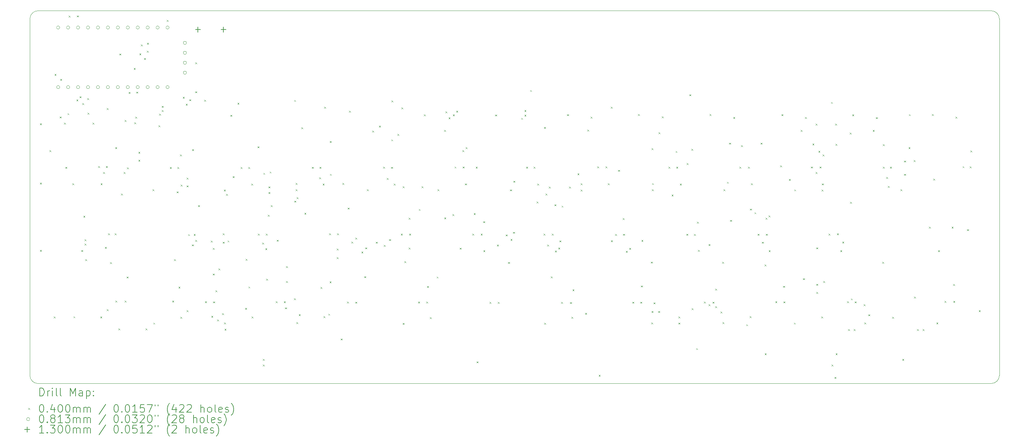
<source format=gbr>
%TF.GenerationSoftware,KiCad,Pcbnew,(6.0.9)*%
%TF.CreationDate,2022-11-10T16:15:26+09:00*%
%TF.ProjectId,meow48,6d656f77-3438-42e6-9b69-6361645f7063,rev?*%
%TF.SameCoordinates,Original*%
%TF.FileFunction,Drillmap*%
%TF.FilePolarity,Positive*%
%FSLAX45Y45*%
G04 Gerber Fmt 4.5, Leading zero omitted, Abs format (unit mm)*
G04 Created by KiCad (PCBNEW (6.0.9)) date 2022-11-10 16:15:26*
%MOMM*%
%LPD*%
G01*
G04 APERTURE LIST*
%ADD10C,0.100000*%
%ADD11C,0.200000*%
%ADD12C,0.040000*%
%ADD13C,0.081280*%
%ADD14C,0.130000*%
G04 APERTURE END LIST*
D10*
X2505000Y-6589382D02*
G75*
G03*
X2293037Y-6793000I-4172J-207791D01*
G01*
X27060618Y-6800000D02*
G75*
G03*
X26853655Y-6589382I-208788J1830D01*
G01*
X26853655Y-16115028D02*
G75*
G03*
X27060618Y-15908075I5J206958D01*
G01*
X2293037Y-6793000D02*
X2293037Y-15907000D01*
X27060618Y-15908075D02*
X27060618Y-6800000D01*
X2500000Y-16115037D02*
X26853655Y-16115037D01*
X26853655Y-6589382D02*
X2505000Y-6589382D01*
X2293043Y-15907000D02*
G75*
G03*
X2500000Y-16115037I207497J-540D01*
G01*
D11*
D12*
X2549000Y-9465000D02*
X2589000Y-9505000D01*
X2589000Y-9465000D02*
X2549000Y-9505000D01*
X2549000Y-10981000D02*
X2589000Y-11021000D01*
X2589000Y-10981000D02*
X2549000Y-11021000D01*
X2549000Y-12700000D02*
X2589000Y-12740000D01*
X2589000Y-12700000D02*
X2549000Y-12740000D01*
X2791000Y-10152000D02*
X2831000Y-10192000D01*
X2831000Y-10152000D02*
X2791000Y-10192000D01*
X2900550Y-14402000D02*
X2940550Y-14442000D01*
X2940550Y-14402000D02*
X2900550Y-14442000D01*
X2922750Y-8202000D02*
X2962750Y-8242000D01*
X2962750Y-8202000D02*
X2922750Y-8242000D01*
X3055000Y-9291950D02*
X3095000Y-9331950D01*
X3095000Y-9291950D02*
X3055000Y-9331950D01*
X3067650Y-8331459D02*
X3107650Y-8371459D01*
X3107650Y-8331459D02*
X3067650Y-8371459D01*
X3164000Y-9450000D02*
X3204000Y-9490000D01*
X3204000Y-9450000D02*
X3164000Y-9490000D01*
X3199000Y-10580000D02*
X3239000Y-10620000D01*
X3239000Y-10580000D02*
X3199000Y-10620000D01*
X3253000Y-9207000D02*
X3293000Y-9247000D01*
X3293000Y-9207000D02*
X3253000Y-9247000D01*
X3279722Y-6711722D02*
X3319722Y-6751722D01*
X3319722Y-6711722D02*
X3279722Y-6751722D01*
X3375000Y-10997000D02*
X3415000Y-11037000D01*
X3415000Y-10997000D02*
X3375000Y-11037000D01*
X3406000Y-14399000D02*
X3446000Y-14439000D01*
X3446000Y-14399000D02*
X3406000Y-14439000D01*
X3482357Y-8857506D02*
X3522357Y-8897506D01*
X3522357Y-8857506D02*
X3482357Y-8897506D01*
X3496952Y-6709450D02*
X3536952Y-6749450D01*
X3536952Y-6709450D02*
X3496952Y-6749450D01*
X3564431Y-8775431D02*
X3604431Y-8815431D01*
X3604431Y-8775431D02*
X3564431Y-8815431D01*
X3603000Y-12704000D02*
X3643000Y-12744000D01*
X3643000Y-12704000D02*
X3603000Y-12744000D01*
X3630569Y-8949569D02*
X3670569Y-8989569D01*
X3670569Y-8949569D02*
X3630569Y-8989569D01*
X3659000Y-11826000D02*
X3699000Y-11866000D01*
X3699000Y-11826000D02*
X3659000Y-11866000D01*
X3687000Y-12427000D02*
X3727000Y-12467000D01*
X3727000Y-12427000D02*
X3687000Y-12467000D01*
X3690000Y-12538000D02*
X3730000Y-12578000D01*
X3730000Y-12538000D02*
X3690000Y-12578000D01*
X3705000Y-12936000D02*
X3745000Y-12976000D01*
X3745000Y-12936000D02*
X3705000Y-12976000D01*
X3757200Y-8822938D02*
X3797200Y-8862938D01*
X3797200Y-8822938D02*
X3757200Y-8862938D01*
X3763000Y-9198000D02*
X3803000Y-9238000D01*
X3803000Y-9198000D02*
X3763000Y-9238000D01*
X3889000Y-9452000D02*
X3929000Y-9492000D01*
X3929000Y-9452000D02*
X3889000Y-9492000D01*
X4034000Y-10559000D02*
X4074000Y-10599000D01*
X4074000Y-10559000D02*
X4034000Y-10599000D01*
X4092000Y-14401000D02*
X4132000Y-14441000D01*
X4132000Y-14401000D02*
X4092000Y-14441000D01*
X4099000Y-11000000D02*
X4139000Y-11040000D01*
X4139000Y-11000000D02*
X4099000Y-11040000D01*
X4161000Y-10713000D02*
X4201000Y-10753000D01*
X4201000Y-10713000D02*
X4161000Y-10753000D01*
X4210000Y-12627000D02*
X4250000Y-12667000D01*
X4250000Y-12627000D02*
X4210000Y-12667000D01*
X4236000Y-10561000D02*
X4276000Y-10601000D01*
X4276000Y-10561000D02*
X4236000Y-10601000D01*
X4254000Y-14217000D02*
X4294000Y-14257000D01*
X4294000Y-14217000D02*
X4254000Y-14257000D01*
X4256449Y-9075645D02*
X4296449Y-9115645D01*
X4296449Y-9075645D02*
X4256449Y-9115645D01*
X4290000Y-12277000D02*
X4330000Y-12317000D01*
X4330000Y-12277000D02*
X4290000Y-12317000D01*
X4340000Y-13012000D02*
X4380000Y-13052000D01*
X4380000Y-13012000D02*
X4340000Y-13052000D01*
X4462000Y-12279000D02*
X4502000Y-12319000D01*
X4502000Y-12279000D02*
X4462000Y-12319000D01*
X4473000Y-10078000D02*
X4513000Y-10118000D01*
X4513000Y-10078000D02*
X4473000Y-10118000D01*
X4479000Y-13994000D02*
X4519000Y-14034000D01*
X4519000Y-13994000D02*
X4479000Y-14034000D01*
X4553501Y-14706000D02*
X4593501Y-14746000D01*
X4593501Y-14706000D02*
X4553501Y-14746000D01*
X4576351Y-7683649D02*
X4616351Y-7723649D01*
X4616351Y-7683649D02*
X4576351Y-7723649D01*
X4620550Y-11258000D02*
X4660550Y-11298000D01*
X4660550Y-11258000D02*
X4620550Y-11298000D01*
X4686188Y-10713648D02*
X4726188Y-10753648D01*
X4726188Y-10713648D02*
X4686188Y-10753648D01*
X4710902Y-13998000D02*
X4750902Y-14038000D01*
X4750902Y-13998000D02*
X4710902Y-14038000D01*
X4711000Y-9379950D02*
X4751000Y-9419950D01*
X4751000Y-9379950D02*
X4711000Y-9419950D01*
X4765000Y-13382000D02*
X4805000Y-13422000D01*
X4805000Y-13382000D02*
X4765000Y-13422000D01*
X4770264Y-10592804D02*
X4810264Y-10632804D01*
X4810264Y-10592804D02*
X4770264Y-10632804D01*
X4816883Y-8666503D02*
X4856883Y-8706503D01*
X4856883Y-8666503D02*
X4816883Y-8706503D01*
X4946851Y-8054149D02*
X4986851Y-8094149D01*
X4986851Y-8054149D02*
X4946851Y-8094149D01*
X4958569Y-9441569D02*
X4998569Y-9481569D01*
X4998569Y-9441569D02*
X4958569Y-9481569D01*
X4983000Y-9295000D02*
X5023000Y-9335000D01*
X5023000Y-9295000D02*
X4983000Y-9335000D01*
X5011650Y-8656350D02*
X5051650Y-8696350D01*
X5051650Y-8656350D02*
X5011650Y-8696350D01*
X5065016Y-10195591D02*
X5105016Y-10235591D01*
X5105016Y-10195591D02*
X5065016Y-10235591D01*
X5065264Y-10400264D02*
X5105264Y-10440264D01*
X5105264Y-10400264D02*
X5065264Y-10440264D01*
X5090000Y-7680000D02*
X5130000Y-7720000D01*
X5130000Y-7680000D02*
X5090000Y-7720000D01*
X5125690Y-7453310D02*
X5165690Y-7493310D01*
X5165690Y-7453310D02*
X5125690Y-7493310D01*
X5208000Y-7796000D02*
X5248000Y-7836000D01*
X5248000Y-7796000D02*
X5208000Y-7836000D01*
X5246730Y-14708730D02*
X5286730Y-14748730D01*
X5286730Y-14708730D02*
X5246730Y-14748730D01*
X5281690Y-7609310D02*
X5321690Y-7649310D01*
X5321690Y-7609310D02*
X5281690Y-7649310D01*
X5284650Y-7407350D02*
X5324650Y-7447350D01*
X5324650Y-7407350D02*
X5284650Y-7447350D01*
X5427000Y-11151000D02*
X5467000Y-11191000D01*
X5467000Y-11151000D02*
X5427000Y-11191000D01*
X5445000Y-14559000D02*
X5485000Y-14599000D01*
X5485000Y-14559000D02*
X5445000Y-14599000D01*
X5579000Y-9518000D02*
X5619000Y-9558000D01*
X5619000Y-9518000D02*
X5579000Y-9558000D01*
X5594000Y-9221000D02*
X5634000Y-9261000D01*
X5634000Y-9221000D02*
X5594000Y-9261000D01*
X5662550Y-9021000D02*
X5702550Y-9061000D01*
X5702550Y-9021000D02*
X5662550Y-9061000D01*
X5662550Y-9126000D02*
X5702550Y-9166000D01*
X5702550Y-9126000D02*
X5662550Y-9166000D01*
X5787000Y-6827000D02*
X5827000Y-6867000D01*
X5827000Y-6827000D02*
X5787000Y-6867000D01*
X5869550Y-10581000D02*
X5909550Y-10621000D01*
X5909550Y-10581000D02*
X5869550Y-10621000D01*
X5928791Y-13995346D02*
X5968791Y-14035346D01*
X5968791Y-13995346D02*
X5928791Y-14035346D01*
X5975000Y-12939000D02*
X6015000Y-12979000D01*
X6015000Y-12939000D02*
X5975000Y-12979000D01*
X6043000Y-11205000D02*
X6083000Y-11245000D01*
X6083000Y-11205000D02*
X6043000Y-11245000D01*
X6059000Y-10581000D02*
X6099000Y-10621000D01*
X6099000Y-10581000D02*
X6059000Y-10621000D01*
X6087950Y-13639000D02*
X6127950Y-13679000D01*
X6127950Y-13639000D02*
X6087950Y-13679000D01*
X6128000Y-10264000D02*
X6168000Y-10304000D01*
X6168000Y-10264000D02*
X6128000Y-10304000D01*
X6135000Y-14408000D02*
X6175000Y-14448000D01*
X6175000Y-14408000D02*
X6135000Y-14448000D01*
X6142000Y-11034000D02*
X6182000Y-11074000D01*
X6182000Y-11034000D02*
X6142000Y-11074000D01*
X6199450Y-8788000D02*
X6239450Y-8828000D01*
X6239450Y-8788000D02*
X6199450Y-8828000D01*
X6276495Y-8967505D02*
X6316495Y-9007505D01*
X6316495Y-8967505D02*
X6276495Y-9007505D01*
X6295270Y-11053730D02*
X6335270Y-11093730D01*
X6335270Y-11053730D02*
X6295270Y-11093730D01*
X6296000Y-14241000D02*
X6336000Y-14281000D01*
X6336000Y-14241000D02*
X6296000Y-14281000D01*
X6298730Y-10852270D02*
X6338730Y-10892270D01*
X6338730Y-10852270D02*
X6298730Y-10892270D01*
X6334550Y-12297728D02*
X6374550Y-12337728D01*
X6374550Y-12297728D02*
X6334550Y-12337728D01*
X6365455Y-8851545D02*
X6405455Y-8891545D01*
X6405455Y-8851545D02*
X6365455Y-8891545D01*
X6434000Y-12560000D02*
X6474000Y-12600000D01*
X6474000Y-12560000D02*
X6434000Y-12600000D01*
X6437000Y-10128000D02*
X6477000Y-10168000D01*
X6477000Y-10128000D02*
X6437000Y-10168000D01*
X6479450Y-12296770D02*
X6519450Y-12336770D01*
X6519450Y-12296770D02*
X6479450Y-12336770D01*
X6515000Y-12449000D02*
X6555000Y-12489000D01*
X6555000Y-12449000D02*
X6515000Y-12489000D01*
X6516450Y-7910000D02*
X6556450Y-7950000D01*
X6556450Y-7910000D02*
X6516450Y-7950000D01*
X6516450Y-8648000D02*
X6556450Y-8688000D01*
X6556450Y-8648000D02*
X6516450Y-8688000D01*
X6588000Y-11560000D02*
X6628000Y-11600000D01*
X6628000Y-11560000D02*
X6588000Y-11600000D01*
X6744931Y-8867069D02*
X6784931Y-8907069D01*
X6784931Y-8867069D02*
X6744931Y-8907069D01*
X6766000Y-14014000D02*
X6806000Y-14054000D01*
X6806000Y-14014000D02*
X6766000Y-14054000D01*
X6915000Y-12461000D02*
X6955000Y-12501000D01*
X6955000Y-12461000D02*
X6915000Y-12501000D01*
X6928270Y-14386270D02*
X6968270Y-14426270D01*
X6968270Y-14386270D02*
X6928270Y-14426270D01*
X6965550Y-12650000D02*
X7005550Y-12690000D01*
X7005550Y-12650000D02*
X6965550Y-12690000D01*
X6965550Y-13305000D02*
X7005550Y-13345000D01*
X7005550Y-13305000D02*
X6965550Y-13345000D01*
X6971000Y-14016000D02*
X7011000Y-14056000D01*
X7011000Y-14016000D02*
X6971000Y-14056000D01*
X7036000Y-13734000D02*
X7076000Y-13774000D01*
X7076000Y-13734000D02*
X7036000Y-13774000D01*
X7073782Y-14479550D02*
X7113782Y-14519550D01*
X7113782Y-14479550D02*
X7073782Y-14519550D01*
X7110450Y-13173000D02*
X7150450Y-13213000D01*
X7150450Y-13173000D02*
X7110450Y-13213000D01*
X7203230Y-14316230D02*
X7243230Y-14356230D01*
X7243230Y-14316230D02*
X7203230Y-14356230D01*
X7217550Y-12493000D02*
X7257550Y-12533000D01*
X7257550Y-12493000D02*
X7217550Y-12533000D01*
X7217730Y-12276270D02*
X7257730Y-12316270D01*
X7257730Y-12276270D02*
X7217730Y-12316270D01*
X7248000Y-11157000D02*
X7288000Y-11197000D01*
X7288000Y-11157000D02*
X7248000Y-11197000D01*
X7256000Y-14552000D02*
X7296000Y-14592000D01*
X7296000Y-14552000D02*
X7256000Y-14592000D01*
X7267000Y-14715000D02*
X7307000Y-14755000D01*
X7307000Y-14715000D02*
X7267000Y-14755000D01*
X7306000Y-11267000D02*
X7346000Y-11307000D01*
X7346000Y-11267000D02*
X7306000Y-11307000D01*
X7343000Y-12458000D02*
X7383000Y-12498000D01*
X7383000Y-12458000D02*
X7343000Y-12498000D01*
X7416000Y-9249000D02*
X7456000Y-9289000D01*
X7456000Y-9249000D02*
X7416000Y-9289000D01*
X7473000Y-10816000D02*
X7513000Y-10856000D01*
X7513000Y-10816000D02*
X7473000Y-10856000D01*
X7595000Y-8943000D02*
X7635000Y-8983000D01*
X7635000Y-8943000D02*
X7595000Y-8983000D01*
X7678000Y-10583000D02*
X7718000Y-10623000D01*
X7718000Y-10583000D02*
X7678000Y-10623000D01*
X7792000Y-14185000D02*
X7832000Y-14225000D01*
X7832000Y-14185000D02*
X7792000Y-14225000D01*
X7801000Y-12930000D02*
X7841000Y-12970000D01*
X7841000Y-12930000D02*
X7801000Y-12970000D01*
X7869000Y-10586000D02*
X7909000Y-10626000D01*
X7909000Y-10586000D02*
X7869000Y-10626000D01*
X7875950Y-13635000D02*
X7915950Y-13675000D01*
X7915950Y-13635000D02*
X7875950Y-13675000D01*
X7947000Y-11006000D02*
X7987000Y-11046000D01*
X7987000Y-11006000D02*
X7947000Y-11046000D01*
X7953000Y-14401000D02*
X7993000Y-14441000D01*
X7993000Y-14401000D02*
X7953000Y-14441000D01*
X8110000Y-10054000D02*
X8150000Y-10094000D01*
X8150000Y-10054000D02*
X8110000Y-10094000D01*
X8117000Y-12284000D02*
X8157000Y-12324000D01*
X8157000Y-12284000D02*
X8117000Y-12324000D01*
X8228000Y-12514450D02*
X8268000Y-12554450D01*
X8268000Y-12514450D02*
X8228000Y-12554450D01*
X8241000Y-15486550D02*
X8281000Y-15526550D01*
X8281000Y-15486550D02*
X8241000Y-15526550D01*
X8243000Y-15631450D02*
X8283000Y-15671450D01*
X8283000Y-15631450D02*
X8243000Y-15671450D01*
X8257000Y-10731050D02*
X8297000Y-10771050D01*
X8297000Y-10731050D02*
X8257000Y-10771050D01*
X8308000Y-12654950D02*
X8348000Y-12694950D01*
X8348000Y-12654950D02*
X8308000Y-12694950D01*
X8323000Y-12284000D02*
X8363000Y-12324000D01*
X8363000Y-12284000D02*
X8323000Y-12324000D01*
X8327000Y-13436550D02*
X8367000Y-13476550D01*
X8367000Y-13436550D02*
X8327000Y-13476550D01*
X8371569Y-11800569D02*
X8411569Y-11840569D01*
X8411569Y-11800569D02*
X8371569Y-11840569D01*
X8387000Y-11078550D02*
X8427000Y-11118550D01*
X8427000Y-11078550D02*
X8387000Y-11118550D01*
X8388121Y-11223450D02*
X8428121Y-11263450D01*
X8428121Y-11223450D02*
X8388121Y-11263450D01*
X8417000Y-10699000D02*
X8457000Y-10739000D01*
X8457000Y-10699000D02*
X8417000Y-10739000D01*
X8444950Y-11559000D02*
X8484950Y-11599000D01*
X8484950Y-11559000D02*
X8444950Y-11599000D01*
X8571000Y-14010000D02*
X8611000Y-14050000D01*
X8611000Y-14010000D02*
X8571000Y-14050000D01*
X8597000Y-12442000D02*
X8637000Y-12482000D01*
X8637000Y-12442000D02*
X8597000Y-12482000D01*
X8781000Y-14012000D02*
X8821000Y-14052000D01*
X8821000Y-14012000D02*
X8781000Y-14052000D01*
X8814000Y-14170000D02*
X8854000Y-14210000D01*
X8854000Y-14170000D02*
X8814000Y-14210000D01*
X8835819Y-13118181D02*
X8875819Y-13158181D01*
X8875819Y-13118181D02*
X8835819Y-13158181D01*
X8839069Y-13498069D02*
X8879069Y-13538069D01*
X8879069Y-13498069D02*
X8839069Y-13538069D01*
X9039550Y-13939000D02*
X9079550Y-13979000D01*
X9079550Y-13939000D02*
X9039550Y-13979000D01*
X9043000Y-8870000D02*
X9083000Y-8910000D01*
X9083000Y-8870000D02*
X9043000Y-8910000D01*
X9049000Y-11442000D02*
X9089000Y-11482000D01*
X9089000Y-11442000D02*
X9049000Y-11482000D01*
X9080000Y-10993000D02*
X9120000Y-11033000D01*
X9120000Y-10993000D02*
X9080000Y-11033000D01*
X9084000Y-11151000D02*
X9124000Y-11191000D01*
X9124000Y-11151000D02*
X9084000Y-11191000D01*
X9099000Y-14549000D02*
X9139000Y-14589000D01*
X9139000Y-14549000D02*
X9099000Y-14589000D01*
X9108000Y-11353998D02*
X9148000Y-11393998D01*
X9148000Y-11353998D02*
X9108000Y-11393998D01*
X9163000Y-14345000D02*
X9203000Y-14385000D01*
X9203000Y-14345000D02*
X9163000Y-14385000D01*
X9223355Y-9569493D02*
X9263355Y-9609493D01*
X9263355Y-9569493D02*
X9223355Y-9609493D01*
X9306230Y-11754770D02*
X9346230Y-11794770D01*
X9346230Y-11754770D02*
X9306230Y-11794770D01*
X9496000Y-10580000D02*
X9536000Y-10620000D01*
X9536000Y-10580000D02*
X9496000Y-10620000D01*
X9683431Y-10846569D02*
X9723431Y-10886569D01*
X9723431Y-10846569D02*
X9683431Y-10886569D01*
X9693000Y-10580000D02*
X9733000Y-10620000D01*
X9733000Y-10580000D02*
X9693000Y-10620000D01*
X9719950Y-13646450D02*
X9759950Y-13686450D01*
X9759950Y-13646450D02*
X9719950Y-13686450D01*
X9771000Y-11006000D02*
X9811000Y-11046000D01*
X9811000Y-11006000D02*
X9771000Y-11046000D01*
X9795000Y-14395000D02*
X9835000Y-14435000D01*
X9835000Y-14395000D02*
X9795000Y-14435000D01*
X9810000Y-9040000D02*
X9850000Y-9080000D01*
X9850000Y-9040000D02*
X9810000Y-9080000D01*
X9917000Y-14330000D02*
X9957000Y-14370000D01*
X9957000Y-14330000D02*
X9917000Y-14370000D01*
X9940000Y-12277000D02*
X9980000Y-12317000D01*
X9980000Y-12277000D02*
X9940000Y-12317000D01*
X9950000Y-13501550D02*
X9990000Y-13541550D01*
X9990000Y-13501550D02*
X9950000Y-13541550D01*
X9956550Y-9920000D02*
X9996550Y-9960000D01*
X9996550Y-9920000D02*
X9956550Y-9960000D01*
X9958000Y-10757000D02*
X9998000Y-10797000D01*
X9998000Y-10757000D02*
X9958000Y-10797000D01*
X10130000Y-12665000D02*
X10170000Y-12705000D01*
X10170000Y-12665000D02*
X10130000Y-12705000D01*
X10130000Y-12884000D02*
X10170000Y-12924000D01*
X10170000Y-12884000D02*
X10130000Y-12924000D01*
X10140000Y-12277000D02*
X10180000Y-12317000D01*
X10180000Y-12277000D02*
X10140000Y-12317000D01*
X10236000Y-14965000D02*
X10276000Y-15005000D01*
X10276000Y-14965000D02*
X10236000Y-15005000D01*
X10277270Y-10988730D02*
X10317270Y-11028730D01*
X10317270Y-10988730D02*
X10277270Y-11028730D01*
X10396000Y-14019000D02*
X10436000Y-14059000D01*
X10436000Y-14019000D02*
X10396000Y-14059000D01*
X10408550Y-11620000D02*
X10448550Y-11660000D01*
X10448550Y-11620000D02*
X10408550Y-11660000D01*
X10443000Y-9147000D02*
X10483000Y-9187000D01*
X10483000Y-9147000D02*
X10443000Y-9187000D01*
X10506770Y-12488230D02*
X10546770Y-12528230D01*
X10546770Y-12488230D02*
X10506770Y-12528230D01*
X10606000Y-14025000D02*
X10646000Y-14065000D01*
X10646000Y-14025000D02*
X10606000Y-14065000D01*
X10608230Y-12384770D02*
X10648230Y-12424770D01*
X10648230Y-12384770D02*
X10608230Y-12424770D01*
X10762770Y-12744230D02*
X10802770Y-12784230D01*
X10802770Y-12744230D02*
X10762770Y-12784230D01*
X10833000Y-13374000D02*
X10873000Y-13414000D01*
X10873000Y-13374000D02*
X10833000Y-13414000D01*
X10860230Y-12636770D02*
X10900230Y-12676770D01*
X10900230Y-12636770D02*
X10860230Y-12676770D01*
X10901000Y-11151000D02*
X10941000Y-11191000D01*
X10941000Y-11151000D02*
X10901000Y-11191000D01*
X11040431Y-9654569D02*
X11080431Y-9694569D01*
X11080431Y-9654569D02*
X11040431Y-9694569D01*
X11130050Y-12493569D02*
X11170050Y-12533569D01*
X11170050Y-12493569D02*
X11130050Y-12533569D01*
X11212000Y-9528000D02*
X11252000Y-9568000D01*
X11252000Y-9528000D02*
X11212000Y-9568000D01*
X11317000Y-10577000D02*
X11357000Y-10617000D01*
X11357000Y-10577000D02*
X11317000Y-10617000D01*
X11335000Y-12570450D02*
X11375000Y-12610450D01*
X11375000Y-12570450D02*
X11335000Y-12610450D01*
X11413000Y-10865000D02*
X11453000Y-10905000D01*
X11453000Y-10865000D02*
X11413000Y-10905000D01*
X11472000Y-12425550D02*
X11512000Y-12465550D01*
X11512000Y-12425550D02*
X11472000Y-12465550D01*
X11523000Y-10580000D02*
X11563000Y-10620000D01*
X11563000Y-10580000D02*
X11523000Y-10620000D01*
X11525422Y-9877119D02*
X11565422Y-9917119D01*
X11565422Y-9877119D02*
X11525422Y-9917119D01*
X11527000Y-8880000D02*
X11567000Y-8920000D01*
X11567000Y-8880000D02*
X11527000Y-8920000D01*
X11589000Y-11006000D02*
X11629000Y-11046000D01*
X11629000Y-11006000D02*
X11589000Y-11046000D01*
X11679000Y-9735000D02*
X11719000Y-9775000D01*
X11719000Y-9735000D02*
X11679000Y-9775000D01*
X11770000Y-12283000D02*
X11810000Y-12323000D01*
X11810000Y-12283000D02*
X11770000Y-12323000D01*
X11783000Y-9062050D02*
X11823000Y-9102050D01*
X11823000Y-9062050D02*
X11783000Y-9102050D01*
X11817000Y-14568000D02*
X11857000Y-14608000D01*
X11857000Y-14568000D02*
X11817000Y-14608000D01*
X11819000Y-11075550D02*
X11859000Y-11115550D01*
X11859000Y-11075550D02*
X11819000Y-11115550D01*
X11860000Y-12991000D02*
X11900000Y-13031000D01*
X11900000Y-12991000D02*
X11860000Y-13031000D01*
X11970000Y-11876000D02*
X12010000Y-11916000D01*
X12010000Y-11876000D02*
X11970000Y-11916000D01*
X11970000Y-12643000D02*
X12010000Y-12683000D01*
X12010000Y-12643000D02*
X11970000Y-12683000D01*
X11983000Y-12286000D02*
X12023000Y-12326000D01*
X12023000Y-12286000D02*
X11983000Y-12326000D01*
X12211000Y-14022000D02*
X12251000Y-14062000D01*
X12251000Y-14022000D02*
X12211000Y-14062000D01*
X12228550Y-11655050D02*
X12268550Y-11695050D01*
X12268550Y-11655050D02*
X12228550Y-11695050D01*
X12301000Y-11075550D02*
X12341000Y-11115550D01*
X12341000Y-11075550D02*
X12301000Y-11115550D01*
X12356000Y-9239000D02*
X12396000Y-9279000D01*
X12396000Y-9239000D02*
X12356000Y-9279000D01*
X12420000Y-14022000D02*
X12460000Y-14062000D01*
X12460000Y-14022000D02*
X12420000Y-14062000D01*
X12438000Y-13623000D02*
X12478000Y-13663000D01*
X12478000Y-13623000D02*
X12438000Y-13663000D01*
X12510000Y-14417000D02*
X12550000Y-14457000D01*
X12550000Y-14417000D02*
X12510000Y-14457000D01*
X12685550Y-13381050D02*
X12725550Y-13421050D01*
X12725550Y-13381050D02*
X12685550Y-13421050D01*
X12704000Y-11151000D02*
X12744000Y-11191000D01*
X12744000Y-11151000D02*
X12704000Y-11191000D01*
X12875050Y-9632998D02*
X12915050Y-9672998D01*
X12915050Y-9632998D02*
X12875050Y-9672998D01*
X12880145Y-11872605D02*
X12920145Y-11912605D01*
X12920145Y-11872605D02*
X12880145Y-11912605D01*
X12906431Y-9163569D02*
X12946431Y-9203569D01*
X12946431Y-9163569D02*
X12906431Y-9203569D01*
X12990000Y-9315000D02*
X13030000Y-9355000D01*
X13030000Y-9315000D02*
X12990000Y-9355000D01*
X13088000Y-11785550D02*
X13128000Y-11825550D01*
X13128000Y-11785550D02*
X13088000Y-11825550D01*
X13099000Y-9236000D02*
X13139000Y-9276000D01*
X13139000Y-9236000D02*
X13099000Y-9276000D01*
X13141000Y-10571000D02*
X13181000Y-10611000D01*
X13181000Y-10571000D02*
X13141000Y-10611000D01*
X13183529Y-9147000D02*
X13223529Y-9187000D01*
X13223529Y-9147000D02*
X13183529Y-9187000D01*
X13272000Y-12645000D02*
X13312000Y-12685000D01*
X13312000Y-12645000D02*
X13272000Y-12685000D01*
X13339000Y-10151000D02*
X13379000Y-10191000D01*
X13379000Y-10151000D02*
X13339000Y-10191000D01*
X13350000Y-10571000D02*
X13390000Y-10611000D01*
X13390000Y-10571000D02*
X13350000Y-10611000D01*
X13409000Y-11003000D02*
X13449000Y-11043000D01*
X13449000Y-11003000D02*
X13409000Y-11043000D01*
X13428000Y-10077000D02*
X13468000Y-10117000D01*
X13468000Y-10077000D02*
X13428000Y-10117000D01*
X13597000Y-12286000D02*
X13637000Y-12326000D01*
X13637000Y-12286000D02*
X13597000Y-12326000D01*
X13633839Y-11757701D02*
X13673839Y-11797701D01*
X13673839Y-11757701D02*
X13633839Y-11797701D01*
X13683000Y-10577000D02*
X13723000Y-10617000D01*
X13723000Y-10577000D02*
X13683000Y-10617000D01*
X13703270Y-15550270D02*
X13743270Y-15590270D01*
X13743270Y-15550270D02*
X13703270Y-15590270D01*
X13810000Y-12286000D02*
X13850000Y-12326000D01*
X13850000Y-12286000D02*
X13810000Y-12326000D01*
X13873000Y-11967000D02*
X13913000Y-12007000D01*
X13913000Y-11967000D02*
X13873000Y-12007000D01*
X13878000Y-12711000D02*
X13918000Y-12751000D01*
X13918000Y-12711000D02*
X13878000Y-12751000D01*
X14035000Y-14028000D02*
X14075000Y-14068000D01*
X14075000Y-14028000D02*
X14035000Y-14068000D01*
X14180000Y-9242000D02*
X14220000Y-9282000D01*
X14220000Y-9242000D02*
X14180000Y-9282000D01*
X14226270Y-12563730D02*
X14266270Y-12603730D01*
X14266270Y-12563730D02*
X14226270Y-12603730D01*
X14248000Y-14031000D02*
X14288000Y-14071000D01*
X14288000Y-14031000D02*
X14248000Y-14071000D01*
X14448931Y-12306931D02*
X14488931Y-12346931D01*
X14488931Y-12306931D02*
X14448931Y-12346931D01*
X14509550Y-13010000D02*
X14549550Y-13050000D01*
X14549550Y-13010000D02*
X14509550Y-13050000D01*
X14559000Y-11154000D02*
X14599000Y-11194000D01*
X14599000Y-11154000D02*
X14559000Y-11194000D01*
X14572569Y-12423569D02*
X14612569Y-12463569D01*
X14612569Y-12423569D02*
X14572569Y-12463569D01*
X14637000Y-12239000D02*
X14677000Y-12279000D01*
X14677000Y-12239000D02*
X14637000Y-12279000D01*
X14645000Y-10936000D02*
X14685000Y-10976000D01*
X14685000Y-10936000D02*
X14645000Y-10976000D01*
X14844050Y-9326431D02*
X14884050Y-9366431D01*
X14884050Y-9326431D02*
X14844050Y-9366431D01*
X14928999Y-9127862D02*
X14968999Y-9167862D01*
X14968999Y-9127862D02*
X14928999Y-9167862D01*
X14929000Y-9248000D02*
X14969000Y-9288000D01*
X14969000Y-9248000D02*
X14929000Y-9288000D01*
X14971000Y-10577000D02*
X15011000Y-10617000D01*
X15011000Y-10577000D02*
X14971000Y-10617000D01*
X15073000Y-8615000D02*
X15113000Y-8655000D01*
X15113000Y-8615000D02*
X15073000Y-8655000D01*
X15159000Y-10577000D02*
X15199000Y-10617000D01*
X15199000Y-10577000D02*
X15159000Y-10617000D01*
X15237000Y-11464000D02*
X15277000Y-11504000D01*
X15277000Y-11464000D02*
X15237000Y-11504000D01*
X15252000Y-11006000D02*
X15292000Y-11046000D01*
X15292000Y-11006000D02*
X15252000Y-11046000D01*
X15415000Y-12286000D02*
X15455000Y-12326000D01*
X15455000Y-12286000D02*
X15415000Y-12326000D01*
X15427550Y-9557000D02*
X15467550Y-9597000D01*
X15467550Y-9557000D02*
X15427550Y-9597000D01*
X15431000Y-14562000D02*
X15471000Y-14602000D01*
X15471000Y-14562000D02*
X15431000Y-14602000D01*
X15463230Y-11259770D02*
X15503230Y-11299770D01*
X15503230Y-11259770D02*
X15463230Y-11299770D01*
X15508730Y-12563730D02*
X15548730Y-12603730D01*
X15548730Y-12563730D02*
X15508730Y-12603730D01*
X15552000Y-11084550D02*
X15592000Y-11124550D01*
X15592000Y-11084550D02*
X15552000Y-11124550D01*
X15599050Y-13376000D02*
X15639050Y-13416000D01*
X15639050Y-13376000D02*
X15599050Y-13416000D01*
X15625000Y-12286000D02*
X15665000Y-12326000D01*
X15665000Y-12286000D02*
X15625000Y-12326000D01*
X15694000Y-11535000D02*
X15734000Y-11575000D01*
X15734000Y-11535000D02*
X15694000Y-11575000D01*
X15707050Y-12720000D02*
X15747050Y-12760000D01*
X15747050Y-12720000D02*
X15707050Y-12760000D01*
X15792000Y-12641000D02*
X15832000Y-12681000D01*
X15832000Y-12641000D02*
X15792000Y-12681000D01*
X15823000Y-12460000D02*
X15863000Y-12500000D01*
X15863000Y-12460000D02*
X15823000Y-12500000D01*
X15865000Y-14031000D02*
X15905000Y-14071000D01*
X15905000Y-14031000D02*
X15865000Y-14071000D01*
X15876550Y-11569000D02*
X15916550Y-11609000D01*
X15916550Y-11569000D02*
X15876550Y-11609000D01*
X16014000Y-9233000D02*
X16054000Y-9273000D01*
X16054000Y-9233000D02*
X16014000Y-9273000D01*
X16069000Y-11084550D02*
X16109000Y-11124550D01*
X16109000Y-11084550D02*
X16069000Y-11124550D01*
X16090000Y-14034000D02*
X16130000Y-14074000D01*
X16130000Y-14034000D02*
X16090000Y-14074000D01*
X16127000Y-14408000D02*
X16167000Y-14448000D01*
X16167000Y-14408000D02*
X16127000Y-14448000D01*
X16156000Y-13708000D02*
X16196000Y-13748000D01*
X16196000Y-13708000D02*
X16156000Y-13748000D01*
X16282000Y-10747000D02*
X16322000Y-10787000D01*
X16322000Y-10747000D02*
X16282000Y-10787000D01*
X16361000Y-11157000D02*
X16401000Y-11197000D01*
X16401000Y-11157000D02*
X16361000Y-11197000D01*
X16362000Y-11001000D02*
X16402000Y-11041000D01*
X16402000Y-11001000D02*
X16362000Y-11041000D01*
X16478450Y-14306000D02*
X16518450Y-14346000D01*
X16518450Y-14306000D02*
X16478450Y-14346000D01*
X16533050Y-9629450D02*
X16573050Y-9669450D01*
X16573050Y-9629450D02*
X16533050Y-9669450D01*
X16620000Y-9295000D02*
X16660000Y-9335000D01*
X16660000Y-9295000D02*
X16620000Y-9335000D01*
X16789000Y-10565000D02*
X16829000Y-10605000D01*
X16829000Y-10565000D02*
X16789000Y-10605000D01*
X16824250Y-15890250D02*
X16864250Y-15930250D01*
X16864250Y-15890250D02*
X16824250Y-15930250D01*
X16998000Y-10565000D02*
X17038000Y-10605000D01*
X17038000Y-10565000D02*
X16998000Y-10605000D01*
X17057000Y-11000000D02*
X17097000Y-11040000D01*
X17097000Y-11000000D02*
X17057000Y-11040000D01*
X17133000Y-9042912D02*
X17173000Y-9082912D01*
X17173000Y-9042912D02*
X17133000Y-9082912D01*
X17138000Y-12453000D02*
X17178000Y-12493000D01*
X17178000Y-12453000D02*
X17138000Y-12493000D01*
X17245000Y-12293000D02*
X17285000Y-12333000D01*
X17285000Y-12293000D02*
X17245000Y-12333000D01*
X17320000Y-10655000D02*
X17360000Y-10695000D01*
X17360000Y-10655000D02*
X17320000Y-10695000D01*
X17441000Y-11889000D02*
X17481000Y-11929000D01*
X17481000Y-11889000D02*
X17441000Y-11929000D01*
X17446000Y-12289000D02*
X17486000Y-12329000D01*
X17486000Y-12289000D02*
X17446000Y-12329000D01*
X17519050Y-12724458D02*
X17559050Y-12764458D01*
X17559050Y-12724458D02*
X17519050Y-12764458D01*
X17604000Y-12650000D02*
X17644000Y-12690000D01*
X17644000Y-12650000D02*
X17604000Y-12690000D01*
X17683000Y-14025000D02*
X17723000Y-14065000D01*
X17723000Y-14025000D02*
X17683000Y-14065000D01*
X17828000Y-9230000D02*
X17868000Y-9270000D01*
X17868000Y-9230000D02*
X17828000Y-9270000D01*
X17889000Y-14025000D02*
X17929000Y-14065000D01*
X17929000Y-14025000D02*
X17889000Y-14065000D01*
X17904000Y-13611000D02*
X17944000Y-13651000D01*
X17944000Y-13611000D02*
X17904000Y-13651000D01*
X17917730Y-12449270D02*
X17957730Y-12489270D01*
X17957730Y-12449270D02*
X17917730Y-12489270D01*
X18157550Y-13000000D02*
X18197550Y-13040000D01*
X18197550Y-13000000D02*
X18157550Y-13040000D01*
X18167000Y-14555000D02*
X18207000Y-14595000D01*
X18207000Y-14555000D02*
X18167000Y-14595000D01*
X18173000Y-10099550D02*
X18213000Y-10139550D01*
X18213000Y-10099550D02*
X18173000Y-10139550D01*
X18174050Y-14263000D02*
X18214050Y-14303000D01*
X18214050Y-14263000D02*
X18174050Y-14303000D01*
X18185000Y-11151000D02*
X18225000Y-11191000D01*
X18225000Y-11151000D02*
X18185000Y-11191000D01*
X18189000Y-10995000D02*
X18229000Y-11035000D01*
X18229000Y-10995000D02*
X18189000Y-11035000D01*
X18226000Y-14043000D02*
X18266000Y-14083000D01*
X18266000Y-14043000D02*
X18226000Y-14083000D01*
X18343950Y-14263000D02*
X18383950Y-14303000D01*
X18383950Y-14263000D02*
X18343950Y-14303000D01*
X18350491Y-9692629D02*
X18390491Y-9732629D01*
X18390491Y-9692629D02*
X18350491Y-9732629D01*
X18438000Y-9289000D02*
X18478000Y-9329000D01*
X18478000Y-9289000D02*
X18438000Y-9329000D01*
X18604000Y-10574000D02*
X18644000Y-10614000D01*
X18644000Y-10574000D02*
X18604000Y-10614000D01*
X18688000Y-11285000D02*
X18728000Y-11325000D01*
X18728000Y-11285000D02*
X18688000Y-11325000D01*
X18790000Y-10172000D02*
X18830000Y-10212000D01*
X18830000Y-10172000D02*
X18790000Y-10212000D01*
X18807000Y-10574000D02*
X18847000Y-10614000D01*
X18847000Y-10574000D02*
X18807000Y-10614000D01*
X18860000Y-14401000D02*
X18900000Y-14441000D01*
X18900000Y-14401000D02*
X18860000Y-14441000D01*
X18860000Y-14558000D02*
X18900000Y-14598000D01*
X18900000Y-14558000D02*
X18860000Y-14598000D01*
X18900000Y-11006000D02*
X18940000Y-11046000D01*
X18940000Y-11006000D02*
X18900000Y-11046000D01*
X19066000Y-12289000D02*
X19106000Y-12329000D01*
X19106000Y-12289000D02*
X19066000Y-12329000D01*
X19070550Y-10480000D02*
X19110550Y-10520000D01*
X19110550Y-10480000D02*
X19070550Y-10520000D01*
X19141000Y-8725099D02*
X19181000Y-8765099D01*
X19181000Y-8725099D02*
X19141000Y-8765099D01*
X19190000Y-10121000D02*
X19230000Y-10161000D01*
X19230000Y-10121000D02*
X19190000Y-10161000D01*
X19200000Y-14191000D02*
X19240000Y-14231000D01*
X19240000Y-14191000D02*
X19200000Y-14231000D01*
X19260000Y-12293000D02*
X19300000Y-12333000D01*
X19300000Y-12293000D02*
X19260000Y-12333000D01*
X19315000Y-15210000D02*
X19355000Y-15250000D01*
X19355000Y-15210000D02*
X19315000Y-15250000D01*
X19336000Y-11983000D02*
X19376000Y-12023000D01*
X19376000Y-11983000D02*
X19336000Y-12023000D01*
X19359431Y-12702431D02*
X19399431Y-12742431D01*
X19399431Y-12702431D02*
X19359431Y-12742431D01*
X19513000Y-14019000D02*
X19553000Y-14059000D01*
X19553000Y-14019000D02*
X19513000Y-14059000D01*
X19628770Y-12553230D02*
X19668770Y-12593230D01*
X19668770Y-12553230D02*
X19628770Y-12593230D01*
X19633000Y-14091450D02*
X19673000Y-14131450D01*
X19673000Y-14091450D02*
X19633000Y-14131450D01*
X19656000Y-9227000D02*
X19696000Y-9267000D01*
X19696000Y-9227000D02*
X19656000Y-9267000D01*
X19732000Y-14025000D02*
X19772000Y-14065000D01*
X19772000Y-14025000D02*
X19732000Y-14065000D01*
X19798000Y-13693000D02*
X19838000Y-13733000D01*
X19838000Y-13693000D02*
X19798000Y-13733000D01*
X19799344Y-14137656D02*
X19839344Y-14177656D01*
X19839344Y-14137656D02*
X19799344Y-14177656D01*
X19939230Y-14275230D02*
X19979230Y-14315230D01*
X19979230Y-14275230D02*
X19939230Y-14315230D01*
X19979550Y-13003000D02*
X20019550Y-13043000D01*
X20019550Y-13003000D02*
X19979550Y-13043000D01*
X19988000Y-14549000D02*
X20028000Y-14589000D01*
X20028000Y-14549000D02*
X19988000Y-14589000D01*
X20015000Y-11151000D02*
X20055000Y-11191000D01*
X20055000Y-11151000D02*
X20015000Y-11191000D01*
X20102000Y-10961000D02*
X20142000Y-11001000D01*
X20142000Y-10961000D02*
X20102000Y-11001000D01*
X20157000Y-9961002D02*
X20197000Y-10001002D01*
X20197000Y-9961002D02*
X20157000Y-10001002D01*
X20184000Y-11934000D02*
X20224000Y-11974000D01*
X20224000Y-11934000D02*
X20184000Y-11974000D01*
X20262000Y-9305000D02*
X20302000Y-9345000D01*
X20302000Y-9305000D02*
X20262000Y-9345000D01*
X20421000Y-10574000D02*
X20461000Y-10614000D01*
X20461000Y-10574000D02*
X20421000Y-10614000D01*
X20463770Y-10026770D02*
X20503770Y-10066770D01*
X20503770Y-10026770D02*
X20463770Y-10066770D01*
X20592000Y-14601000D02*
X20632000Y-14641000D01*
X20632000Y-14601000D02*
X20592000Y-14641000D01*
X20637000Y-10577000D02*
X20677000Y-10617000D01*
X20677000Y-10577000D02*
X20637000Y-10617000D01*
X20681000Y-14395000D02*
X20721000Y-14435000D01*
X20721000Y-14395000D02*
X20681000Y-14435000D01*
X20692045Y-11647045D02*
X20732045Y-11687045D01*
X20732045Y-11647045D02*
X20692045Y-11687045D01*
X20715000Y-11000000D02*
X20755000Y-11040000D01*
X20755000Y-11000000D02*
X20715000Y-11040000D01*
X20804004Y-11740004D02*
X20844004Y-11780004D01*
X20844004Y-11740004D02*
X20804004Y-11780004D01*
X20884000Y-12289000D02*
X20924000Y-12329000D01*
X20924000Y-12289000D02*
X20884000Y-12329000D01*
X20962000Y-9961000D02*
X21002000Y-10001000D01*
X21002000Y-9961000D02*
X20962000Y-10001000D01*
X20996000Y-12493000D02*
X21036000Y-12533000D01*
X21036000Y-12493000D02*
X20996000Y-12533000D01*
X21063741Y-13075450D02*
X21103741Y-13115450D01*
X21103741Y-13075450D02*
X21063741Y-13115450D01*
X21067000Y-15342000D02*
X21107000Y-15382000D01*
X21107000Y-15342000D02*
X21067000Y-15382000D01*
X21090000Y-11877000D02*
X21130000Y-11917000D01*
X21130000Y-11877000D02*
X21090000Y-11917000D01*
X21097000Y-12289000D02*
X21137000Y-12329000D01*
X21137000Y-12289000D02*
X21097000Y-12329000D01*
X21164000Y-11817000D02*
X21204000Y-11857000D01*
X21204000Y-11817000D02*
X21164000Y-11857000D01*
X21168000Y-12708000D02*
X21208000Y-12748000D01*
X21208000Y-12708000D02*
X21168000Y-12748000D01*
X21337000Y-14013000D02*
X21377000Y-14053000D01*
X21377000Y-14013000D02*
X21337000Y-14053000D01*
X21458000Y-10540000D02*
X21498000Y-10580000D01*
X21498000Y-10540000D02*
X21458000Y-10580000D01*
X21492000Y-9233000D02*
X21532000Y-9273000D01*
X21532000Y-9233000D02*
X21492000Y-9273000D01*
X21539000Y-13620000D02*
X21579000Y-13660000D01*
X21579000Y-13620000D02*
X21539000Y-13660000D01*
X21544000Y-14016000D02*
X21584000Y-14056000D01*
X21584000Y-14016000D02*
X21544000Y-14056000D01*
X21685431Y-10887569D02*
X21725431Y-10927569D01*
X21725431Y-10887569D02*
X21685431Y-10927569D01*
X21812000Y-14559000D02*
X21852000Y-14599000D01*
X21852000Y-14559000D02*
X21812000Y-14599000D01*
X21821000Y-11154000D02*
X21861000Y-11194000D01*
X21861000Y-11154000D02*
X21821000Y-11194000D01*
X21983050Y-9632998D02*
X22023050Y-9672998D01*
X22023050Y-9632998D02*
X21983050Y-9672998D01*
X22044290Y-13423333D02*
X22084290Y-13463333D01*
X22084290Y-13423333D02*
X22044290Y-13463333D01*
X22098000Y-9308000D02*
X22138000Y-9348000D01*
X22138000Y-9308000D02*
X22098000Y-9348000D01*
X22249000Y-10571000D02*
X22289000Y-10611000D01*
X22289000Y-10571000D02*
X22249000Y-10611000D01*
X22285000Y-9983000D02*
X22325000Y-10023000D01*
X22325000Y-9983000D02*
X22285000Y-10023000D01*
X22364000Y-10709000D02*
X22404000Y-10749000D01*
X22404000Y-10709000D02*
X22364000Y-10749000D01*
X22364450Y-9475779D02*
X22404450Y-9515779D01*
X22404450Y-9475779D02*
X22364450Y-9515779D01*
X22383000Y-12636000D02*
X22423000Y-12676000D01*
X22423000Y-12636000D02*
X22383000Y-12676000D01*
X22384188Y-13775188D02*
X22424188Y-13815188D01*
X22424188Y-13775188D02*
X22384188Y-13815188D01*
X22386228Y-13568228D02*
X22426228Y-13608228D01*
X22426228Y-13568228D02*
X22386228Y-13608228D01*
X22438000Y-10166000D02*
X22478000Y-10206000D01*
X22478000Y-10166000D02*
X22438000Y-10206000D01*
X22467000Y-10571000D02*
X22507000Y-10611000D01*
X22507000Y-10571000D02*
X22467000Y-10611000D01*
X22508000Y-14405000D02*
X22548000Y-14445000D01*
X22548000Y-14405000D02*
X22508000Y-14445000D01*
X22521000Y-11159000D02*
X22561000Y-11199000D01*
X22561000Y-11159000D02*
X22521000Y-11199000D01*
X22526000Y-11003000D02*
X22566000Y-11043000D01*
X22566000Y-11003000D02*
X22526000Y-11043000D01*
X22544000Y-10264000D02*
X22584000Y-10304000D01*
X22584000Y-10264000D02*
X22544000Y-10304000D01*
X22560367Y-13496550D02*
X22600367Y-13536550D01*
X22600367Y-13496550D02*
X22560367Y-13536550D01*
X22699000Y-12283000D02*
X22739000Y-12323000D01*
X22739000Y-12283000D02*
X22699000Y-12323000D01*
X22760000Y-8919000D02*
X22800000Y-8959000D01*
X22800000Y-8919000D02*
X22760000Y-8959000D01*
X22770000Y-15632450D02*
X22810000Y-15672450D01*
X22810000Y-15632450D02*
X22770000Y-15672450D01*
X22848000Y-15947450D02*
X22888000Y-15987450D01*
X22888000Y-15947450D02*
X22848000Y-15987450D01*
X22863450Y-9474000D02*
X22903450Y-9514000D01*
X22903450Y-9474000D02*
X22863450Y-9514000D01*
X22876000Y-9989000D02*
X22916000Y-10029000D01*
X22916000Y-9989000D02*
X22876000Y-10029000D01*
X22878000Y-15342000D02*
X22918000Y-15382000D01*
X22918000Y-15342000D02*
X22878000Y-15382000D01*
X22912000Y-12280000D02*
X22952000Y-12320000D01*
X22952000Y-12280000D02*
X22912000Y-12320000D01*
X22998000Y-12708000D02*
X23038000Y-12748000D01*
X23038000Y-12708000D02*
X22998000Y-12748000D01*
X23048000Y-12488000D02*
X23088000Y-12528000D01*
X23088000Y-12488000D02*
X23048000Y-12528000D01*
X23168000Y-14013000D02*
X23208000Y-14053000D01*
X23208000Y-14013000D02*
X23168000Y-14053000D01*
X23194550Y-14724000D02*
X23234550Y-14764000D01*
X23234550Y-14724000D02*
X23194550Y-14764000D01*
X23239000Y-9705448D02*
X23279000Y-9745448D01*
X23279000Y-9705448D02*
X23239000Y-9745448D01*
X23248000Y-11473000D02*
X23288000Y-11513000D01*
X23288000Y-11473000D02*
X23248000Y-11513000D01*
X23267000Y-13940550D02*
X23307000Y-13980550D01*
X23307000Y-13940550D02*
X23267000Y-13980550D01*
X23301000Y-9239000D02*
X23341000Y-9279000D01*
X23341000Y-9239000D02*
X23301000Y-9279000D01*
X23339450Y-14724000D02*
X23379450Y-14764000D01*
X23379450Y-14724000D02*
X23339450Y-14764000D01*
X23366000Y-14016000D02*
X23406000Y-14056000D01*
X23406000Y-14016000D02*
X23366000Y-14056000D01*
X23593000Y-14090000D02*
X23633000Y-14130000D01*
X23633000Y-14090000D02*
X23593000Y-14130000D01*
X23608000Y-14555000D02*
X23648000Y-14595000D01*
X23648000Y-14555000D02*
X23608000Y-14595000D01*
X23713000Y-14348000D02*
X23753000Y-14388000D01*
X23753000Y-14348000D02*
X23713000Y-14388000D01*
X23826050Y-9632998D02*
X23866050Y-9672998D01*
X23866050Y-9632998D02*
X23826050Y-9672998D01*
X23907000Y-9309000D02*
X23947000Y-9349000D01*
X23947000Y-9309000D02*
X23907000Y-9349000D01*
X24069550Y-13006000D02*
X24109550Y-13046000D01*
X24109550Y-13006000D02*
X24069550Y-13046000D01*
X24085000Y-10574000D02*
X24125000Y-10614000D01*
X24125000Y-10574000D02*
X24085000Y-10614000D01*
X24085839Y-9997701D02*
X24125839Y-10037701D01*
X24125839Y-9997701D02*
X24085839Y-10037701D01*
X24169951Y-10839049D02*
X24209951Y-10879049D01*
X24209951Y-10839049D02*
X24169951Y-10879049D01*
X24214450Y-11067207D02*
X24254450Y-11107207D01*
X24254450Y-11067207D02*
X24214450Y-11107207D01*
X24267000Y-10577000D02*
X24307000Y-10617000D01*
X24307000Y-10577000D02*
X24267000Y-10617000D01*
X24320000Y-14408000D02*
X24360000Y-14448000D01*
X24360000Y-14408000D02*
X24320000Y-14448000D01*
X24532000Y-11151000D02*
X24572000Y-11191000D01*
X24572000Y-11151000D02*
X24532000Y-11191000D01*
X24580919Y-15487050D02*
X24620919Y-15527050D01*
X24620919Y-15487050D02*
X24580919Y-15527050D01*
X24624730Y-10756730D02*
X24664730Y-10796730D01*
X24664730Y-10756730D02*
X24624730Y-10796730D01*
X24626270Y-10419270D02*
X24666270Y-10459270D01*
X24666270Y-10419270D02*
X24626270Y-10459270D01*
X24740000Y-10075000D02*
X24780000Y-10115000D01*
X24780000Y-10075000D02*
X24740000Y-10115000D01*
X24749000Y-9233000D02*
X24789000Y-9273000D01*
X24789000Y-9233000D02*
X24749000Y-9273000D01*
X24873000Y-10406000D02*
X24913000Y-10446000D01*
X24913000Y-10406000D02*
X24873000Y-10446000D01*
X24881000Y-13892000D02*
X24921000Y-13932000D01*
X24921000Y-13892000D02*
X24881000Y-13932000D01*
X24958550Y-14721000D02*
X24998550Y-14761000D01*
X24998550Y-14721000D02*
X24958550Y-14761000D01*
X25103450Y-14721000D02*
X25143450Y-14761000D01*
X25143450Y-14721000D02*
X25103450Y-14761000D01*
X25262000Y-12105000D02*
X25302000Y-12145000D01*
X25302000Y-12105000D02*
X25262000Y-12145000D01*
X25340000Y-9227000D02*
X25380000Y-9267000D01*
X25380000Y-9227000D02*
X25340000Y-9267000D01*
X25371480Y-10881480D02*
X25411480Y-10921480D01*
X25411480Y-10881480D02*
X25371480Y-10921480D01*
X25453000Y-14552000D02*
X25493000Y-14592000D01*
X25493000Y-14552000D02*
X25453000Y-14592000D01*
X25494000Y-12708000D02*
X25534000Y-12748000D01*
X25534000Y-12708000D02*
X25494000Y-12748000D01*
X25660000Y-14005000D02*
X25700000Y-14045000D01*
X25700000Y-14005000D02*
X25660000Y-14045000D01*
X25841000Y-12109000D02*
X25881000Y-12149000D01*
X25881000Y-12109000D02*
X25841000Y-12149000D01*
X25880000Y-13571000D02*
X25920000Y-13611000D01*
X25920000Y-13571000D02*
X25880000Y-13611000D01*
X25884000Y-14005000D02*
X25924000Y-14045000D01*
X25924000Y-14005000D02*
X25884000Y-14045000D01*
X25940000Y-9297000D02*
X25980000Y-9337000D01*
X25980000Y-9297000D02*
X25940000Y-9337000D01*
X26121000Y-10562000D02*
X26161000Y-10602000D01*
X26161000Y-10562000D02*
X26121000Y-10602000D01*
X26235000Y-12172000D02*
X26275000Y-12212000D01*
X26275000Y-12172000D02*
X26235000Y-12212000D01*
X26303000Y-10565000D02*
X26343000Y-10605000D01*
X26343000Y-10565000D02*
X26303000Y-10605000D01*
X26318000Y-10163000D02*
X26358000Y-10203000D01*
X26358000Y-10163000D02*
X26318000Y-10203000D01*
X26537000Y-14241000D02*
X26577000Y-14281000D01*
X26577000Y-14241000D02*
X26537000Y-14281000D01*
D13*
X3055840Y-7018360D02*
G75*
G03*
X3055840Y-7018360I-40640J0D01*
G01*
X3055840Y-8540360D02*
G75*
G03*
X3055840Y-8540360I-40640J0D01*
G01*
X3309840Y-7018360D02*
G75*
G03*
X3309840Y-7018360I-40640J0D01*
G01*
X3309840Y-8540360D02*
G75*
G03*
X3309840Y-8540360I-40640J0D01*
G01*
X3563840Y-7018360D02*
G75*
G03*
X3563840Y-7018360I-40640J0D01*
G01*
X3563840Y-8540360D02*
G75*
G03*
X3563840Y-8540360I-40640J0D01*
G01*
X3817840Y-7018360D02*
G75*
G03*
X3817840Y-7018360I-40640J0D01*
G01*
X3817840Y-8540360D02*
G75*
G03*
X3817840Y-8540360I-40640J0D01*
G01*
X4071840Y-7018360D02*
G75*
G03*
X4071840Y-7018360I-40640J0D01*
G01*
X4071840Y-8540360D02*
G75*
G03*
X4071840Y-8540360I-40640J0D01*
G01*
X4325840Y-7018360D02*
G75*
G03*
X4325840Y-7018360I-40640J0D01*
G01*
X4325840Y-8540360D02*
G75*
G03*
X4325840Y-8540360I-40640J0D01*
G01*
X4579840Y-7018360D02*
G75*
G03*
X4579840Y-7018360I-40640J0D01*
G01*
X4579840Y-8540360D02*
G75*
G03*
X4579840Y-8540360I-40640J0D01*
G01*
X4833840Y-7018360D02*
G75*
G03*
X4833840Y-7018360I-40640J0D01*
G01*
X4833840Y-8540360D02*
G75*
G03*
X4833840Y-8540360I-40640J0D01*
G01*
X5087840Y-7018360D02*
G75*
G03*
X5087840Y-7018360I-40640J0D01*
G01*
X5087840Y-8540360D02*
G75*
G03*
X5087840Y-8540360I-40640J0D01*
G01*
X5341840Y-7018360D02*
G75*
G03*
X5341840Y-7018360I-40640J0D01*
G01*
X5341840Y-8540360D02*
G75*
G03*
X5341840Y-8540360I-40640J0D01*
G01*
X5595840Y-7018360D02*
G75*
G03*
X5595840Y-7018360I-40640J0D01*
G01*
X5595840Y-8540360D02*
G75*
G03*
X5595840Y-8540360I-40640J0D01*
G01*
X5849840Y-7018360D02*
G75*
G03*
X5849840Y-7018360I-40640J0D01*
G01*
X5849840Y-8540360D02*
G75*
G03*
X5849840Y-8540360I-40640J0D01*
G01*
X6293640Y-7411000D02*
G75*
G03*
X6293640Y-7411000I-40640J0D01*
G01*
X6293640Y-7665000D02*
G75*
G03*
X6293640Y-7665000I-40640J0D01*
G01*
X6293640Y-7919000D02*
G75*
G03*
X6293640Y-7919000I-40640J0D01*
G01*
X6293640Y-8173000D02*
G75*
G03*
X6293640Y-8173000I-40640J0D01*
G01*
D14*
X6587200Y-7003500D02*
X6587200Y-7133500D01*
X6522200Y-7068500D02*
X6652200Y-7068500D01*
X7237200Y-7003500D02*
X7237200Y-7133500D01*
X7172200Y-7068500D02*
X7302200Y-7068500D01*
D11*
X2545656Y-16430513D02*
X2545656Y-16230513D01*
X2593275Y-16230513D01*
X2621847Y-16240037D01*
X2640895Y-16259085D01*
X2650418Y-16278133D01*
X2659942Y-16316228D01*
X2659942Y-16344799D01*
X2650418Y-16382894D01*
X2640895Y-16401942D01*
X2621847Y-16420990D01*
X2593275Y-16430513D01*
X2545656Y-16430513D01*
X2745656Y-16430513D02*
X2745656Y-16297180D01*
X2745656Y-16335275D02*
X2755180Y-16316228D01*
X2764704Y-16306704D01*
X2783752Y-16297180D01*
X2802799Y-16297180D01*
X2869466Y-16430513D02*
X2869466Y-16297180D01*
X2869466Y-16230513D02*
X2859942Y-16240037D01*
X2869466Y-16249561D01*
X2878990Y-16240037D01*
X2869466Y-16230513D01*
X2869466Y-16249561D01*
X2993275Y-16430513D02*
X2974228Y-16420990D01*
X2964704Y-16401942D01*
X2964704Y-16230513D01*
X3098037Y-16430513D02*
X3078990Y-16420990D01*
X3069466Y-16401942D01*
X3069466Y-16230513D01*
X3326609Y-16430513D02*
X3326609Y-16230513D01*
X3393275Y-16373371D01*
X3459942Y-16230513D01*
X3459942Y-16430513D01*
X3640894Y-16430513D02*
X3640894Y-16325752D01*
X3631371Y-16306704D01*
X3612323Y-16297180D01*
X3574228Y-16297180D01*
X3555180Y-16306704D01*
X3640894Y-16420990D02*
X3621847Y-16430513D01*
X3574228Y-16430513D01*
X3555180Y-16420990D01*
X3545656Y-16401942D01*
X3545656Y-16382894D01*
X3555180Y-16363847D01*
X3574228Y-16354323D01*
X3621847Y-16354323D01*
X3640894Y-16344799D01*
X3736133Y-16297180D02*
X3736133Y-16497180D01*
X3736133Y-16306704D02*
X3755180Y-16297180D01*
X3793275Y-16297180D01*
X3812323Y-16306704D01*
X3821847Y-16316228D01*
X3831371Y-16335275D01*
X3831371Y-16392418D01*
X3821847Y-16411466D01*
X3812323Y-16420990D01*
X3793275Y-16430513D01*
X3755180Y-16430513D01*
X3736133Y-16420990D01*
X3917085Y-16411466D02*
X3926609Y-16420990D01*
X3917085Y-16430513D01*
X3907561Y-16420990D01*
X3917085Y-16411466D01*
X3917085Y-16430513D01*
X3917085Y-16306704D02*
X3926609Y-16316228D01*
X3917085Y-16325752D01*
X3907561Y-16316228D01*
X3917085Y-16306704D01*
X3917085Y-16325752D01*
D12*
X2248037Y-16740037D02*
X2288037Y-16780037D01*
X2288037Y-16740037D02*
X2248037Y-16780037D01*
D11*
X2583752Y-16650513D02*
X2602799Y-16650513D01*
X2621847Y-16660037D01*
X2631371Y-16669561D01*
X2640895Y-16688609D01*
X2650418Y-16726704D01*
X2650418Y-16774323D01*
X2640895Y-16812418D01*
X2631371Y-16831466D01*
X2621847Y-16840990D01*
X2602799Y-16850514D01*
X2583752Y-16850514D01*
X2564704Y-16840990D01*
X2555180Y-16831466D01*
X2545656Y-16812418D01*
X2536133Y-16774323D01*
X2536133Y-16726704D01*
X2545656Y-16688609D01*
X2555180Y-16669561D01*
X2564704Y-16660037D01*
X2583752Y-16650513D01*
X2736133Y-16831466D02*
X2745656Y-16840990D01*
X2736133Y-16850514D01*
X2726609Y-16840990D01*
X2736133Y-16831466D01*
X2736133Y-16850514D01*
X2917085Y-16717180D02*
X2917085Y-16850514D01*
X2869466Y-16640990D02*
X2821847Y-16783847D01*
X2945656Y-16783847D01*
X3059942Y-16650513D02*
X3078990Y-16650513D01*
X3098037Y-16660037D01*
X3107561Y-16669561D01*
X3117085Y-16688609D01*
X3126609Y-16726704D01*
X3126609Y-16774323D01*
X3117085Y-16812418D01*
X3107561Y-16831466D01*
X3098037Y-16840990D01*
X3078990Y-16850514D01*
X3059942Y-16850514D01*
X3040894Y-16840990D01*
X3031371Y-16831466D01*
X3021847Y-16812418D01*
X3012323Y-16774323D01*
X3012323Y-16726704D01*
X3021847Y-16688609D01*
X3031371Y-16669561D01*
X3040894Y-16660037D01*
X3059942Y-16650513D01*
X3250418Y-16650513D02*
X3269466Y-16650513D01*
X3288513Y-16660037D01*
X3298037Y-16669561D01*
X3307561Y-16688609D01*
X3317085Y-16726704D01*
X3317085Y-16774323D01*
X3307561Y-16812418D01*
X3298037Y-16831466D01*
X3288513Y-16840990D01*
X3269466Y-16850514D01*
X3250418Y-16850514D01*
X3231371Y-16840990D01*
X3221847Y-16831466D01*
X3212323Y-16812418D01*
X3202799Y-16774323D01*
X3202799Y-16726704D01*
X3212323Y-16688609D01*
X3221847Y-16669561D01*
X3231371Y-16660037D01*
X3250418Y-16650513D01*
X3402799Y-16850514D02*
X3402799Y-16717180D01*
X3402799Y-16736228D02*
X3412323Y-16726704D01*
X3431371Y-16717180D01*
X3459942Y-16717180D01*
X3478990Y-16726704D01*
X3488513Y-16745752D01*
X3488513Y-16850514D01*
X3488513Y-16745752D02*
X3498037Y-16726704D01*
X3517085Y-16717180D01*
X3545656Y-16717180D01*
X3564704Y-16726704D01*
X3574228Y-16745752D01*
X3574228Y-16850514D01*
X3669466Y-16850514D02*
X3669466Y-16717180D01*
X3669466Y-16736228D02*
X3678990Y-16726704D01*
X3698037Y-16717180D01*
X3726609Y-16717180D01*
X3745656Y-16726704D01*
X3755180Y-16745752D01*
X3755180Y-16850514D01*
X3755180Y-16745752D02*
X3764704Y-16726704D01*
X3783752Y-16717180D01*
X3812323Y-16717180D01*
X3831371Y-16726704D01*
X3840894Y-16745752D01*
X3840894Y-16850514D01*
X4231371Y-16640990D02*
X4059942Y-16898133D01*
X4488514Y-16650513D02*
X4507561Y-16650513D01*
X4526609Y-16660037D01*
X4536133Y-16669561D01*
X4545656Y-16688609D01*
X4555180Y-16726704D01*
X4555180Y-16774323D01*
X4545656Y-16812418D01*
X4536133Y-16831466D01*
X4526609Y-16840990D01*
X4507561Y-16850514D01*
X4488514Y-16850514D01*
X4469466Y-16840990D01*
X4459942Y-16831466D01*
X4450418Y-16812418D01*
X4440895Y-16774323D01*
X4440895Y-16726704D01*
X4450418Y-16688609D01*
X4459942Y-16669561D01*
X4469466Y-16660037D01*
X4488514Y-16650513D01*
X4640895Y-16831466D02*
X4650418Y-16840990D01*
X4640895Y-16850514D01*
X4631371Y-16840990D01*
X4640895Y-16831466D01*
X4640895Y-16850514D01*
X4774228Y-16650513D02*
X4793275Y-16650513D01*
X4812323Y-16660037D01*
X4821847Y-16669561D01*
X4831371Y-16688609D01*
X4840895Y-16726704D01*
X4840895Y-16774323D01*
X4831371Y-16812418D01*
X4821847Y-16831466D01*
X4812323Y-16840990D01*
X4793275Y-16850514D01*
X4774228Y-16850514D01*
X4755180Y-16840990D01*
X4745656Y-16831466D01*
X4736133Y-16812418D01*
X4726609Y-16774323D01*
X4726609Y-16726704D01*
X4736133Y-16688609D01*
X4745656Y-16669561D01*
X4755180Y-16660037D01*
X4774228Y-16650513D01*
X5031371Y-16850514D02*
X4917085Y-16850514D01*
X4974228Y-16850514D02*
X4974228Y-16650513D01*
X4955180Y-16679085D01*
X4936133Y-16698133D01*
X4917085Y-16707656D01*
X5212323Y-16650513D02*
X5117085Y-16650513D01*
X5107561Y-16745752D01*
X5117085Y-16736228D01*
X5136133Y-16726704D01*
X5183752Y-16726704D01*
X5202799Y-16736228D01*
X5212323Y-16745752D01*
X5221847Y-16764799D01*
X5221847Y-16812418D01*
X5212323Y-16831466D01*
X5202799Y-16840990D01*
X5183752Y-16850514D01*
X5136133Y-16850514D01*
X5117085Y-16840990D01*
X5107561Y-16831466D01*
X5288514Y-16650513D02*
X5421847Y-16650513D01*
X5336133Y-16850514D01*
X5488514Y-16650513D02*
X5488514Y-16688609D01*
X5564704Y-16650513D02*
X5564704Y-16688609D01*
X5859942Y-16926704D02*
X5850418Y-16917180D01*
X5831371Y-16888609D01*
X5821847Y-16869561D01*
X5812323Y-16840990D01*
X5802799Y-16793371D01*
X5802799Y-16755275D01*
X5812323Y-16707656D01*
X5821847Y-16679085D01*
X5831371Y-16660037D01*
X5850418Y-16631466D01*
X5859942Y-16621942D01*
X6021847Y-16717180D02*
X6021847Y-16850514D01*
X5974228Y-16640990D02*
X5926609Y-16783847D01*
X6050418Y-16783847D01*
X6117085Y-16669561D02*
X6126609Y-16660037D01*
X6145656Y-16650513D01*
X6193275Y-16650513D01*
X6212323Y-16660037D01*
X6221847Y-16669561D01*
X6231371Y-16688609D01*
X6231371Y-16707656D01*
X6221847Y-16736228D01*
X6107561Y-16850514D01*
X6231371Y-16850514D01*
X6307561Y-16669561D02*
X6317085Y-16660037D01*
X6336133Y-16650513D01*
X6383752Y-16650513D01*
X6402799Y-16660037D01*
X6412323Y-16669561D01*
X6421847Y-16688609D01*
X6421847Y-16707656D01*
X6412323Y-16736228D01*
X6298037Y-16850514D01*
X6421847Y-16850514D01*
X6659942Y-16850514D02*
X6659942Y-16650513D01*
X6745656Y-16850514D02*
X6745656Y-16745752D01*
X6736133Y-16726704D01*
X6717085Y-16717180D01*
X6688513Y-16717180D01*
X6669466Y-16726704D01*
X6659942Y-16736228D01*
X6869466Y-16850514D02*
X6850418Y-16840990D01*
X6840894Y-16831466D01*
X6831371Y-16812418D01*
X6831371Y-16755275D01*
X6840894Y-16736228D01*
X6850418Y-16726704D01*
X6869466Y-16717180D01*
X6898037Y-16717180D01*
X6917085Y-16726704D01*
X6926609Y-16736228D01*
X6936133Y-16755275D01*
X6936133Y-16812418D01*
X6926609Y-16831466D01*
X6917085Y-16840990D01*
X6898037Y-16850514D01*
X6869466Y-16850514D01*
X7050418Y-16850514D02*
X7031371Y-16840990D01*
X7021847Y-16821942D01*
X7021847Y-16650513D01*
X7202799Y-16840990D02*
X7183752Y-16850514D01*
X7145656Y-16850514D01*
X7126609Y-16840990D01*
X7117085Y-16821942D01*
X7117085Y-16745752D01*
X7126609Y-16726704D01*
X7145656Y-16717180D01*
X7183752Y-16717180D01*
X7202799Y-16726704D01*
X7212323Y-16745752D01*
X7212323Y-16764799D01*
X7117085Y-16783847D01*
X7288513Y-16840990D02*
X7307561Y-16850514D01*
X7345656Y-16850514D01*
X7364704Y-16840990D01*
X7374228Y-16821942D01*
X7374228Y-16812418D01*
X7364704Y-16793371D01*
X7345656Y-16783847D01*
X7317085Y-16783847D01*
X7298037Y-16774323D01*
X7288513Y-16755275D01*
X7288513Y-16745752D01*
X7298037Y-16726704D01*
X7317085Y-16717180D01*
X7345656Y-16717180D01*
X7364704Y-16726704D01*
X7440894Y-16926704D02*
X7450418Y-16917180D01*
X7469466Y-16888609D01*
X7478990Y-16869561D01*
X7488513Y-16840990D01*
X7498037Y-16793371D01*
X7498037Y-16755275D01*
X7488513Y-16707656D01*
X7478990Y-16679085D01*
X7469466Y-16660037D01*
X7450418Y-16631466D01*
X7440894Y-16621942D01*
D13*
X2288037Y-17024037D02*
G75*
G03*
X2288037Y-17024037I-40640J0D01*
G01*
D11*
X2583752Y-16914514D02*
X2602799Y-16914514D01*
X2621847Y-16924037D01*
X2631371Y-16933561D01*
X2640895Y-16952609D01*
X2650418Y-16990704D01*
X2650418Y-17038323D01*
X2640895Y-17076418D01*
X2631371Y-17095466D01*
X2621847Y-17104990D01*
X2602799Y-17114514D01*
X2583752Y-17114514D01*
X2564704Y-17104990D01*
X2555180Y-17095466D01*
X2545656Y-17076418D01*
X2536133Y-17038323D01*
X2536133Y-16990704D01*
X2545656Y-16952609D01*
X2555180Y-16933561D01*
X2564704Y-16924037D01*
X2583752Y-16914514D01*
X2736133Y-17095466D02*
X2745656Y-17104990D01*
X2736133Y-17114514D01*
X2726609Y-17104990D01*
X2736133Y-17095466D01*
X2736133Y-17114514D01*
X2859942Y-17000228D02*
X2840894Y-16990704D01*
X2831371Y-16981180D01*
X2821847Y-16962133D01*
X2821847Y-16952609D01*
X2831371Y-16933561D01*
X2840894Y-16924037D01*
X2859942Y-16914514D01*
X2898037Y-16914514D01*
X2917085Y-16924037D01*
X2926609Y-16933561D01*
X2936133Y-16952609D01*
X2936133Y-16962133D01*
X2926609Y-16981180D01*
X2917085Y-16990704D01*
X2898037Y-17000228D01*
X2859942Y-17000228D01*
X2840894Y-17009752D01*
X2831371Y-17019275D01*
X2821847Y-17038323D01*
X2821847Y-17076418D01*
X2831371Y-17095466D01*
X2840894Y-17104990D01*
X2859942Y-17114514D01*
X2898037Y-17114514D01*
X2917085Y-17104990D01*
X2926609Y-17095466D01*
X2936133Y-17076418D01*
X2936133Y-17038323D01*
X2926609Y-17019275D01*
X2917085Y-17009752D01*
X2898037Y-17000228D01*
X3126609Y-17114514D02*
X3012323Y-17114514D01*
X3069466Y-17114514D02*
X3069466Y-16914514D01*
X3050418Y-16943085D01*
X3031371Y-16962133D01*
X3012323Y-16971656D01*
X3193275Y-16914514D02*
X3317085Y-16914514D01*
X3250418Y-16990704D01*
X3278990Y-16990704D01*
X3298037Y-17000228D01*
X3307561Y-17009752D01*
X3317085Y-17028799D01*
X3317085Y-17076418D01*
X3307561Y-17095466D01*
X3298037Y-17104990D01*
X3278990Y-17114514D01*
X3221847Y-17114514D01*
X3202799Y-17104990D01*
X3193275Y-17095466D01*
X3402799Y-17114514D02*
X3402799Y-16981180D01*
X3402799Y-17000228D02*
X3412323Y-16990704D01*
X3431371Y-16981180D01*
X3459942Y-16981180D01*
X3478990Y-16990704D01*
X3488513Y-17009752D01*
X3488513Y-17114514D01*
X3488513Y-17009752D02*
X3498037Y-16990704D01*
X3517085Y-16981180D01*
X3545656Y-16981180D01*
X3564704Y-16990704D01*
X3574228Y-17009752D01*
X3574228Y-17114514D01*
X3669466Y-17114514D02*
X3669466Y-16981180D01*
X3669466Y-17000228D02*
X3678990Y-16990704D01*
X3698037Y-16981180D01*
X3726609Y-16981180D01*
X3745656Y-16990704D01*
X3755180Y-17009752D01*
X3755180Y-17114514D01*
X3755180Y-17009752D02*
X3764704Y-16990704D01*
X3783752Y-16981180D01*
X3812323Y-16981180D01*
X3831371Y-16990704D01*
X3840894Y-17009752D01*
X3840894Y-17114514D01*
X4231371Y-16904990D02*
X4059942Y-17162133D01*
X4488514Y-16914514D02*
X4507561Y-16914514D01*
X4526609Y-16924037D01*
X4536133Y-16933561D01*
X4545656Y-16952609D01*
X4555180Y-16990704D01*
X4555180Y-17038323D01*
X4545656Y-17076418D01*
X4536133Y-17095466D01*
X4526609Y-17104990D01*
X4507561Y-17114514D01*
X4488514Y-17114514D01*
X4469466Y-17104990D01*
X4459942Y-17095466D01*
X4450418Y-17076418D01*
X4440895Y-17038323D01*
X4440895Y-16990704D01*
X4450418Y-16952609D01*
X4459942Y-16933561D01*
X4469466Y-16924037D01*
X4488514Y-16914514D01*
X4640895Y-17095466D02*
X4650418Y-17104990D01*
X4640895Y-17114514D01*
X4631371Y-17104990D01*
X4640895Y-17095466D01*
X4640895Y-17114514D01*
X4774228Y-16914514D02*
X4793275Y-16914514D01*
X4812323Y-16924037D01*
X4821847Y-16933561D01*
X4831371Y-16952609D01*
X4840895Y-16990704D01*
X4840895Y-17038323D01*
X4831371Y-17076418D01*
X4821847Y-17095466D01*
X4812323Y-17104990D01*
X4793275Y-17114514D01*
X4774228Y-17114514D01*
X4755180Y-17104990D01*
X4745656Y-17095466D01*
X4736133Y-17076418D01*
X4726609Y-17038323D01*
X4726609Y-16990704D01*
X4736133Y-16952609D01*
X4745656Y-16933561D01*
X4755180Y-16924037D01*
X4774228Y-16914514D01*
X4907561Y-16914514D02*
X5031371Y-16914514D01*
X4964704Y-16990704D01*
X4993275Y-16990704D01*
X5012323Y-17000228D01*
X5021847Y-17009752D01*
X5031371Y-17028799D01*
X5031371Y-17076418D01*
X5021847Y-17095466D01*
X5012323Y-17104990D01*
X4993275Y-17114514D01*
X4936133Y-17114514D01*
X4917085Y-17104990D01*
X4907561Y-17095466D01*
X5107561Y-16933561D02*
X5117085Y-16924037D01*
X5136133Y-16914514D01*
X5183752Y-16914514D01*
X5202799Y-16924037D01*
X5212323Y-16933561D01*
X5221847Y-16952609D01*
X5221847Y-16971656D01*
X5212323Y-17000228D01*
X5098037Y-17114514D01*
X5221847Y-17114514D01*
X5345656Y-16914514D02*
X5364704Y-16914514D01*
X5383752Y-16924037D01*
X5393275Y-16933561D01*
X5402799Y-16952609D01*
X5412323Y-16990704D01*
X5412323Y-17038323D01*
X5402799Y-17076418D01*
X5393275Y-17095466D01*
X5383752Y-17104990D01*
X5364704Y-17114514D01*
X5345656Y-17114514D01*
X5326609Y-17104990D01*
X5317085Y-17095466D01*
X5307561Y-17076418D01*
X5298037Y-17038323D01*
X5298037Y-16990704D01*
X5307561Y-16952609D01*
X5317085Y-16933561D01*
X5326609Y-16924037D01*
X5345656Y-16914514D01*
X5488514Y-16914514D02*
X5488514Y-16952609D01*
X5564704Y-16914514D02*
X5564704Y-16952609D01*
X5859942Y-17190704D02*
X5850418Y-17181180D01*
X5831371Y-17152609D01*
X5821847Y-17133561D01*
X5812323Y-17104990D01*
X5802799Y-17057371D01*
X5802799Y-17019275D01*
X5812323Y-16971656D01*
X5821847Y-16943085D01*
X5831371Y-16924037D01*
X5850418Y-16895466D01*
X5859942Y-16885942D01*
X5926609Y-16933561D02*
X5936133Y-16924037D01*
X5955180Y-16914514D01*
X6002799Y-16914514D01*
X6021847Y-16924037D01*
X6031371Y-16933561D01*
X6040894Y-16952609D01*
X6040894Y-16971656D01*
X6031371Y-17000228D01*
X5917085Y-17114514D01*
X6040894Y-17114514D01*
X6155180Y-17000228D02*
X6136133Y-16990704D01*
X6126609Y-16981180D01*
X6117085Y-16962133D01*
X6117085Y-16952609D01*
X6126609Y-16933561D01*
X6136133Y-16924037D01*
X6155180Y-16914514D01*
X6193275Y-16914514D01*
X6212323Y-16924037D01*
X6221847Y-16933561D01*
X6231371Y-16952609D01*
X6231371Y-16962133D01*
X6221847Y-16981180D01*
X6212323Y-16990704D01*
X6193275Y-17000228D01*
X6155180Y-17000228D01*
X6136133Y-17009752D01*
X6126609Y-17019275D01*
X6117085Y-17038323D01*
X6117085Y-17076418D01*
X6126609Y-17095466D01*
X6136133Y-17104990D01*
X6155180Y-17114514D01*
X6193275Y-17114514D01*
X6212323Y-17104990D01*
X6221847Y-17095466D01*
X6231371Y-17076418D01*
X6231371Y-17038323D01*
X6221847Y-17019275D01*
X6212323Y-17009752D01*
X6193275Y-17000228D01*
X6469466Y-17114514D02*
X6469466Y-16914514D01*
X6555180Y-17114514D02*
X6555180Y-17009752D01*
X6545656Y-16990704D01*
X6526609Y-16981180D01*
X6498037Y-16981180D01*
X6478990Y-16990704D01*
X6469466Y-17000228D01*
X6678990Y-17114514D02*
X6659942Y-17104990D01*
X6650418Y-17095466D01*
X6640894Y-17076418D01*
X6640894Y-17019275D01*
X6650418Y-17000228D01*
X6659942Y-16990704D01*
X6678990Y-16981180D01*
X6707561Y-16981180D01*
X6726609Y-16990704D01*
X6736133Y-17000228D01*
X6745656Y-17019275D01*
X6745656Y-17076418D01*
X6736133Y-17095466D01*
X6726609Y-17104990D01*
X6707561Y-17114514D01*
X6678990Y-17114514D01*
X6859942Y-17114514D02*
X6840894Y-17104990D01*
X6831371Y-17085942D01*
X6831371Y-16914514D01*
X7012323Y-17104990D02*
X6993275Y-17114514D01*
X6955180Y-17114514D01*
X6936133Y-17104990D01*
X6926609Y-17085942D01*
X6926609Y-17009752D01*
X6936133Y-16990704D01*
X6955180Y-16981180D01*
X6993275Y-16981180D01*
X7012323Y-16990704D01*
X7021847Y-17009752D01*
X7021847Y-17028799D01*
X6926609Y-17047847D01*
X7098037Y-17104990D02*
X7117085Y-17114514D01*
X7155180Y-17114514D01*
X7174228Y-17104990D01*
X7183752Y-17085942D01*
X7183752Y-17076418D01*
X7174228Y-17057371D01*
X7155180Y-17047847D01*
X7126609Y-17047847D01*
X7107561Y-17038323D01*
X7098037Y-17019275D01*
X7098037Y-17009752D01*
X7107561Y-16990704D01*
X7126609Y-16981180D01*
X7155180Y-16981180D01*
X7174228Y-16990704D01*
X7250418Y-17190704D02*
X7259942Y-17181180D01*
X7278990Y-17152609D01*
X7288513Y-17133561D01*
X7298037Y-17104990D01*
X7307561Y-17057371D01*
X7307561Y-17019275D01*
X7298037Y-16971656D01*
X7288513Y-16943085D01*
X7278990Y-16924037D01*
X7259942Y-16895466D01*
X7250418Y-16885942D01*
D14*
X2223037Y-17223037D02*
X2223037Y-17353037D01*
X2158037Y-17288037D02*
X2288037Y-17288037D01*
D11*
X2650418Y-17378514D02*
X2536133Y-17378514D01*
X2593275Y-17378514D02*
X2593275Y-17178514D01*
X2574228Y-17207085D01*
X2555180Y-17226133D01*
X2536133Y-17235656D01*
X2736133Y-17359466D02*
X2745656Y-17368990D01*
X2736133Y-17378514D01*
X2726609Y-17368990D01*
X2736133Y-17359466D01*
X2736133Y-17378514D01*
X2812323Y-17178514D02*
X2936133Y-17178514D01*
X2869466Y-17254704D01*
X2898037Y-17254704D01*
X2917085Y-17264228D01*
X2926609Y-17273752D01*
X2936133Y-17292799D01*
X2936133Y-17340418D01*
X2926609Y-17359466D01*
X2917085Y-17368990D01*
X2898037Y-17378514D01*
X2840894Y-17378514D01*
X2821847Y-17368990D01*
X2812323Y-17359466D01*
X3059942Y-17178514D02*
X3078990Y-17178514D01*
X3098037Y-17188037D01*
X3107561Y-17197561D01*
X3117085Y-17216609D01*
X3126609Y-17254704D01*
X3126609Y-17302323D01*
X3117085Y-17340418D01*
X3107561Y-17359466D01*
X3098037Y-17368990D01*
X3078990Y-17378514D01*
X3059942Y-17378514D01*
X3040894Y-17368990D01*
X3031371Y-17359466D01*
X3021847Y-17340418D01*
X3012323Y-17302323D01*
X3012323Y-17254704D01*
X3021847Y-17216609D01*
X3031371Y-17197561D01*
X3040894Y-17188037D01*
X3059942Y-17178514D01*
X3250418Y-17178514D02*
X3269466Y-17178514D01*
X3288513Y-17188037D01*
X3298037Y-17197561D01*
X3307561Y-17216609D01*
X3317085Y-17254704D01*
X3317085Y-17302323D01*
X3307561Y-17340418D01*
X3298037Y-17359466D01*
X3288513Y-17368990D01*
X3269466Y-17378514D01*
X3250418Y-17378514D01*
X3231371Y-17368990D01*
X3221847Y-17359466D01*
X3212323Y-17340418D01*
X3202799Y-17302323D01*
X3202799Y-17254704D01*
X3212323Y-17216609D01*
X3221847Y-17197561D01*
X3231371Y-17188037D01*
X3250418Y-17178514D01*
X3402799Y-17378514D02*
X3402799Y-17245180D01*
X3402799Y-17264228D02*
X3412323Y-17254704D01*
X3431371Y-17245180D01*
X3459942Y-17245180D01*
X3478990Y-17254704D01*
X3488513Y-17273752D01*
X3488513Y-17378514D01*
X3488513Y-17273752D02*
X3498037Y-17254704D01*
X3517085Y-17245180D01*
X3545656Y-17245180D01*
X3564704Y-17254704D01*
X3574228Y-17273752D01*
X3574228Y-17378514D01*
X3669466Y-17378514D02*
X3669466Y-17245180D01*
X3669466Y-17264228D02*
X3678990Y-17254704D01*
X3698037Y-17245180D01*
X3726609Y-17245180D01*
X3745656Y-17254704D01*
X3755180Y-17273752D01*
X3755180Y-17378514D01*
X3755180Y-17273752D02*
X3764704Y-17254704D01*
X3783752Y-17245180D01*
X3812323Y-17245180D01*
X3831371Y-17254704D01*
X3840894Y-17273752D01*
X3840894Y-17378514D01*
X4231371Y-17168990D02*
X4059942Y-17426133D01*
X4488514Y-17178514D02*
X4507561Y-17178514D01*
X4526609Y-17188037D01*
X4536133Y-17197561D01*
X4545656Y-17216609D01*
X4555180Y-17254704D01*
X4555180Y-17302323D01*
X4545656Y-17340418D01*
X4536133Y-17359466D01*
X4526609Y-17368990D01*
X4507561Y-17378514D01*
X4488514Y-17378514D01*
X4469466Y-17368990D01*
X4459942Y-17359466D01*
X4450418Y-17340418D01*
X4440895Y-17302323D01*
X4440895Y-17254704D01*
X4450418Y-17216609D01*
X4459942Y-17197561D01*
X4469466Y-17188037D01*
X4488514Y-17178514D01*
X4640895Y-17359466D02*
X4650418Y-17368990D01*
X4640895Y-17378514D01*
X4631371Y-17368990D01*
X4640895Y-17359466D01*
X4640895Y-17378514D01*
X4774228Y-17178514D02*
X4793275Y-17178514D01*
X4812323Y-17188037D01*
X4821847Y-17197561D01*
X4831371Y-17216609D01*
X4840895Y-17254704D01*
X4840895Y-17302323D01*
X4831371Y-17340418D01*
X4821847Y-17359466D01*
X4812323Y-17368990D01*
X4793275Y-17378514D01*
X4774228Y-17378514D01*
X4755180Y-17368990D01*
X4745656Y-17359466D01*
X4736133Y-17340418D01*
X4726609Y-17302323D01*
X4726609Y-17254704D01*
X4736133Y-17216609D01*
X4745656Y-17197561D01*
X4755180Y-17188037D01*
X4774228Y-17178514D01*
X5021847Y-17178514D02*
X4926609Y-17178514D01*
X4917085Y-17273752D01*
X4926609Y-17264228D01*
X4945656Y-17254704D01*
X4993275Y-17254704D01*
X5012323Y-17264228D01*
X5021847Y-17273752D01*
X5031371Y-17292799D01*
X5031371Y-17340418D01*
X5021847Y-17359466D01*
X5012323Y-17368990D01*
X4993275Y-17378514D01*
X4945656Y-17378514D01*
X4926609Y-17368990D01*
X4917085Y-17359466D01*
X5221847Y-17378514D02*
X5107561Y-17378514D01*
X5164704Y-17378514D02*
X5164704Y-17178514D01*
X5145656Y-17207085D01*
X5126609Y-17226133D01*
X5107561Y-17235656D01*
X5298037Y-17197561D02*
X5307561Y-17188037D01*
X5326609Y-17178514D01*
X5374228Y-17178514D01*
X5393275Y-17188037D01*
X5402799Y-17197561D01*
X5412323Y-17216609D01*
X5412323Y-17235656D01*
X5402799Y-17264228D01*
X5288514Y-17378514D01*
X5412323Y-17378514D01*
X5488514Y-17178514D02*
X5488514Y-17216609D01*
X5564704Y-17178514D02*
X5564704Y-17216609D01*
X5859942Y-17454704D02*
X5850418Y-17445180D01*
X5831371Y-17416609D01*
X5821847Y-17397561D01*
X5812323Y-17368990D01*
X5802799Y-17321371D01*
X5802799Y-17283275D01*
X5812323Y-17235656D01*
X5821847Y-17207085D01*
X5831371Y-17188037D01*
X5850418Y-17159466D01*
X5859942Y-17149942D01*
X5926609Y-17197561D02*
X5936133Y-17188037D01*
X5955180Y-17178514D01*
X6002799Y-17178514D01*
X6021847Y-17188037D01*
X6031371Y-17197561D01*
X6040894Y-17216609D01*
X6040894Y-17235656D01*
X6031371Y-17264228D01*
X5917085Y-17378514D01*
X6040894Y-17378514D01*
X6278990Y-17378514D02*
X6278990Y-17178514D01*
X6364704Y-17378514D02*
X6364704Y-17273752D01*
X6355180Y-17254704D01*
X6336133Y-17245180D01*
X6307561Y-17245180D01*
X6288513Y-17254704D01*
X6278990Y-17264228D01*
X6488513Y-17378514D02*
X6469466Y-17368990D01*
X6459942Y-17359466D01*
X6450418Y-17340418D01*
X6450418Y-17283275D01*
X6459942Y-17264228D01*
X6469466Y-17254704D01*
X6488513Y-17245180D01*
X6517085Y-17245180D01*
X6536133Y-17254704D01*
X6545656Y-17264228D01*
X6555180Y-17283275D01*
X6555180Y-17340418D01*
X6545656Y-17359466D01*
X6536133Y-17368990D01*
X6517085Y-17378514D01*
X6488513Y-17378514D01*
X6669466Y-17378514D02*
X6650418Y-17368990D01*
X6640894Y-17349942D01*
X6640894Y-17178514D01*
X6821847Y-17368990D02*
X6802799Y-17378514D01*
X6764704Y-17378514D01*
X6745656Y-17368990D01*
X6736133Y-17349942D01*
X6736133Y-17273752D01*
X6745656Y-17254704D01*
X6764704Y-17245180D01*
X6802799Y-17245180D01*
X6821847Y-17254704D01*
X6831371Y-17273752D01*
X6831371Y-17292799D01*
X6736133Y-17311847D01*
X6907561Y-17368990D02*
X6926609Y-17378514D01*
X6964704Y-17378514D01*
X6983752Y-17368990D01*
X6993275Y-17349942D01*
X6993275Y-17340418D01*
X6983752Y-17321371D01*
X6964704Y-17311847D01*
X6936133Y-17311847D01*
X6917085Y-17302323D01*
X6907561Y-17283275D01*
X6907561Y-17273752D01*
X6917085Y-17254704D01*
X6936133Y-17245180D01*
X6964704Y-17245180D01*
X6983752Y-17254704D01*
X7059942Y-17454704D02*
X7069466Y-17445180D01*
X7088513Y-17416609D01*
X7098037Y-17397561D01*
X7107561Y-17368990D01*
X7117085Y-17321371D01*
X7117085Y-17283275D01*
X7107561Y-17235656D01*
X7098037Y-17207085D01*
X7088513Y-17188037D01*
X7069466Y-17159466D01*
X7059942Y-17149942D01*
M02*

</source>
